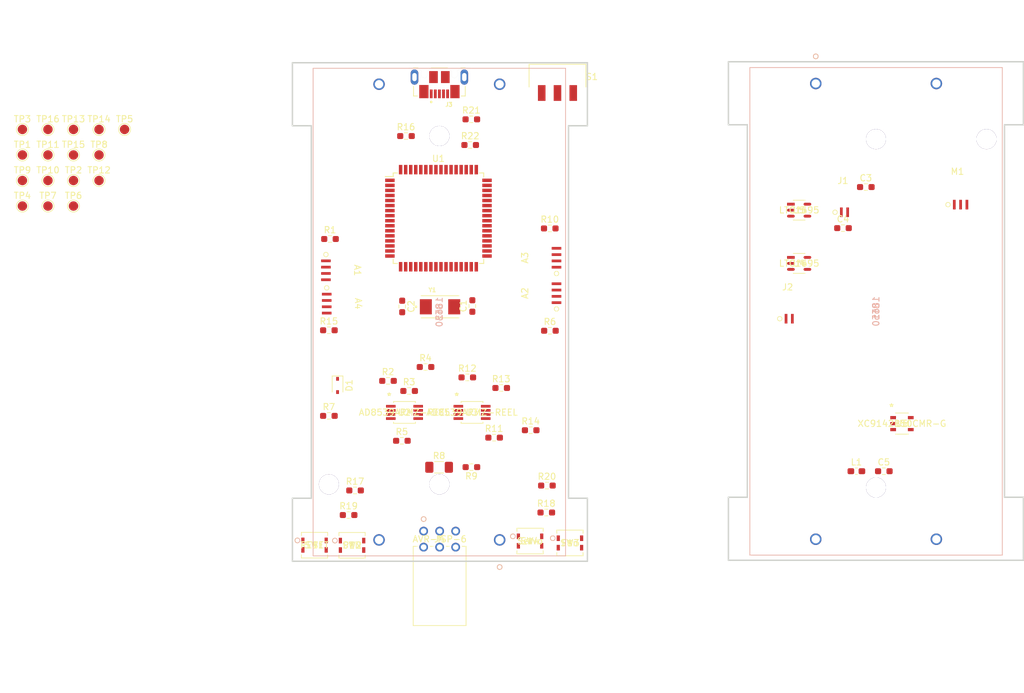
<source format=kicad_pcb>
(kicad_pcb (version 20211014) (generator pcbnew)
  (layers (0 "F.Cu" signal) (31 "B.Cu" signal) (34 "B.Paste" user) (35 "F.Paste" user) (36 "B.SilkS" user "B.Silkscreen") (37 "F.SilkS" user "F.Silkscreen") (38 "B.Mask" user) (39 "F.Mask" user) (44 "Edge.Cuts" user))
  (net 0 "")
  (net 1 "Earth")
  (net 2 "Net-(A1-Pad2)")
  (net 3 "ThermistorA")
  (net 4 "Shifted Ground")
  (net 5 "Net-(A2-Pad2)")
  (net 6 "ThermistorB")
  (net 7 "Net-(A3-Pad2)")
  (net 8 "ThermistorC")
  (net 9 "Net-(A4-Pad2)")
  (net 10 "ThermistorD")
  (net 11 "Net-(BT1-Pad1)")
  (net 12 "Net-(C1-Pad2)")
  (net 13 "Net-(C2-Pad2)")
  (net 14 "+5V")
  (net 15 "VCC")
  (net 16 "Net-(J1-Pad1)")
  (net 17 "Net-(J2-Pad1)")
  (net 18 "VBUS")
  (net 21 "Net-(J3-Pad4)")
  (net 22 "MISO")
  (net 23 "SCK")
  (net 24 "MOSI")
  (net 25 "~{RESET}")
  (net 26 "Net-(L1-Pad2)")
  (net 27 "ServoPWM")
  (net 28 "ThermopileB")
  (net 29 "Net-(R3-Pad1)")
  (net 30 "Net-(R4-Pad1)")
  (net 31 "ThermopileA")
  (net 32 "Thermistor")
  (net 33 "ThermopileD")
  (net 34 "Net-(R12-Pad1)")
  (net 35 "Net-(R13-Pad1)")
  (net 36 "ThermopileC")
  (net 37 "~{PEN}")
  (net 38 "FanActivate")
  (net 39 "ServoActivate")
  (net 40 "Net-(R21-Pad2)")
  (net 41 "SCL")
  (net 42 "SDA")
  (net 43 "MotorEnable")
  (footprint "Resistor_SMD:R_0603_1608Metric_Pad0.98x0.95mm_HandSolder" (layer "F.Cu") (at 121.6 116.025)
    (fp_text reference "R4" (at 0 -1.43) (layer "F.SilkS"))
    (fp_text value "1k")
    (pad "1" smd roundrect (at -0.9125 0) (size 0.975 0.95) (layers "F.Cu" "F.Paste" "F.Mask") (net 30 "Net-(R4-Pad1)"))
    (pad "2" smd roundrect (at 0.9125 0) (size 0.975 0.95) (layers "F.Cu" "F.Paste" "F.Mask") (net 31 "ThermopileA"))
  )
  (footprint "TestPoint:TestPoint_Pad_D1.5mm" (layer "F.Cu") (at 69.825 82.4)
    (fp_text reference "TP8" (at 0 -1.648) (layer "F.SilkS"))
    (fp_text value "TestPoint")
    (pad "1" smd circle (at 0 0) (size 1.5 1.5) (layers "F.Cu" "F.Mask") (net 36 "ThermopileC"))
  )
  (footprint "Resistor_SMD:R_0603_1608Metric_Pad0.98x0.95mm_HandSolder" (layer "F.Cu") (at 128.225 117.675)
    (fp_text reference "R12" (at 0 -1.43) (layer "F.SilkS"))
    (fp_text value "1k")
    (pad "1" smd roundrect (at -0.9125 0) (size 0.975 0.95) (layers "F.Cu" "F.Paste" "F.Mask") (net 34 "Net-(R12-Pad1)"))
    (pad "2" smd roundrect (at 0.9125 0) (size 0.975 0.95) (layers "F.Cu" "F.Paste" "F.Mask") (net 33 "ThermopileD"))
  )
  (footprint "TestPoint:TestPoint_Pad_D1.5mm" (layer "F.Cu") (at 61.725 90.5)
    (fp_text reference "TP7" (at 0 -1.648) (layer "F.SilkS"))
    (fp_text value "TestPoint")
    (pad "1" smd circle (at 0 0) (size 1.5 1.5) (layers "F.Cu" "F.Mask") (net 27 "ServoPWM"))
  )
  (footprint "Resistor_SMD:R_0603_1608Metric_Pad0.98x0.95mm_HandSolder" (layer "F.Cu") (at 106.275 123.775)
    (fp_text reference "R7" (at 0 -1.43) (layer "F.SilkS"))
    (fp_text value "10k")
    (pad "1" smd roundrect (at -0.9125 0) (size 0.975 0.95) (layers "F.Cu" "F.Paste" "F.Mask") (net 15 "VCC"))
    (pad "2" smd roundrect (at 0.9125 0) (size 0.975 0.95) (layers "F.Cu" "F.Paste" "F.Mask") (net 4 "Shifted Ground"))
  )
  (footprint "Resistor_SMD:R_1206_3216Metric_Pad1.30x1.75mm_HandSolder" (layer "F.Cu") (at 123.75 131.925)
    (fp_text reference "R8" (at 0 -1.82) (layer "F.SilkS"))
    (fp_text value "Thermistor")
    (pad "1" smd roundrect (at -1.55 0) (size 1.3 1.75) (layers "F.Cu" "F.Paste" "F.Mask") (roundrect_rratio 0.192308) (net 15 "VCC"))
    (pad "2" smd roundrect (at 1.55 0) (size 1.3 1.75) (layers "F.Cu" "F.Paste" "F.Mask") (roundrect_rratio 0.192308) (net 32 "Thermistor"))
  )
  (footprint "TestPoint:TestPoint_Pad_D1.5mm" (layer "F.Cu") (at 65.775 78.35)
    (fp_text reference "TP13" (at 0 -1.648) (layer "F.SilkS"))
    (fp_text value "TestPoint")
    (pad "1" smd circle (at 0 0) (size 1.5 1.5) (layers "F.Cu" "F.Mask") (net 1 "Earth"))
  )
  (footprint "Resistor_SMD:R_0603_1608Metric_Pad0.98x0.95mm_HandSolder" (layer "F.Cu") (at 118.5 79.4)
    (fp_text reference "R16" (at 0 -1.43) (layer "F.SilkS"))
    (fp_text value "0R")
    (pad "1" smd roundrect (at -0.9125 0) (size 0.975 0.95) (layers "F.Cu" "F.Paste" "F.Mask") (net 21 "Net-(J3-Pad4)"))
    (pad "2" smd roundrect (at 0.9125 0) (size 0.975 0.95) (layers "F.Cu" "F.Paste" "F.Mask") (net 1 "Earth"))
  )
  (footprint "Resistor_SMD:R_0603_1608Metric_Pad0.98x0.95mm_HandSolder" (layer "F.Cu") (at 133.6 119.35)
    (fp_text reference "R13" (at 0 -1.43) (layer "F.SilkS"))
    (fp_text value "1k")
    (pad "1" smd roundrect (at -0.9125 0) (size 0.975 0.95) (layers "F.Cu" "F.Paste" "F.Mask") (net 35 "Net-(R13-Pad1)"))
    (pad "2" smd roundrect (at 0.9125 0) (size 0.975 0.95) (layers "F.Cu" "F.Paste" "F.Mask") (net 36 "ThermopileC"))
  )
  (footprint "TestPoint:TestPoint_Pad_D1.5mm" (layer "F.Cu") (at 61.725 82.4)
    (fp_text reference "TP11" (at 0 -1.648) (layer "F.SilkS"))
    (fp_text value "TestPoint")
    (pad "1" smd circle (at 0 0) (size 1.5 1.5) (layers "F.Cu" "F.Mask") (net 33 "ThermopileD"))
  )
  (footprint "SFRFootprints:SW_JS102011SAQN" (layer "F.Cu") (at 142.525 69.825 180)
    (fp_text reference "S1" (at -5.438995 -0.175125) (layer "F.SilkS") (effects (font (size 1.000732 1.000732))))
    (fp_text value "a")
    (pad "" np_thru_hole circle (at -3.4 0 180) (size 1 1) (drill 1) (layers *.Cu *.Mask))
    (pad "" np_thru_hole circle (at 3.4 0 180) (size 1 1) (drill 1) (layers *.Cu *.Mask))
    (pad "1" smd rect (at -2.5 -2.75 180) (size 1.2 2.5) (layers "F.Cu" "F.Paste" "F.Mask") (net 40 "Net-(R21-Pad2)"))
    (pad "2" smd rect (at 0 -2.75 180) (size 1.2 2.5) (layers "F.Cu" "F.Paste" "F.Mask") (net 15 "VCC"))
    (pad "3" smd rect (at 2.5 -2.75 180) (size 1.2 2.5) (layers "F.Cu" "F.Paste" "F.Mask") (net 11 "Net-(BT1-Pad1)"))
  )
  (footprint "Resistor_SMD:R_0603_1608Metric_Pad0.98x0.95mm_HandSolder" (layer "F.Cu") (at 194.275 132.55)
    (fp_text reference "C5" (at 0 -1.43) (layer "F.SilkS"))
    (fp_text value "10uF")
    (pad "1" smd roundrect (at -0.9125 0) (size 0.975 0.95) (layers "F.Cu" "F.Paste" "F.Mask") (net 15 "VCC"))
    (pad "2" smd roundrect (at 0.9125 0) (size 0.975 0.95) (layers "F.Cu" "F.Paste" "F.Mask") (net 1 "Earth"))
  )
  (footprint "TestPoint:TestPoint_Pad_D1.5mm" (layer "F.Cu") (at 65.775 86.45)
    (fp_text reference "TP2" (at 0 -1.648) (layer "F.SilkS"))
    (fp_text value "TestPoint")
    (pad "1" smd circle (at 0 0) (size 1.5 1.5) (layers "F.Cu" "F.Mask") (net 32 "Thermistor"))
  )
  (footprint "Resistor_SMD:R_0603_1608Metric_Pad0.98x0.95mm_HandSolder" (layer "F.Cu") (at 117.9 106.425 -90)
    (fp_text reference "C2" (at 0 -1.43 90) (layer "F.SilkS"))
    (fp_text value "1uF")
    (pad "1" smd roundrect (at -0.9125 0 270) (size 0.975 0.95) (layers "F.Cu" "F.Paste" "F.Mask") (net 1 "Earth"))
    (pad "2" smd roundrect (at 0.9125 0 270) (size 0.975 0.95) (layers "F.Cu" "F.Paste" "F.Mask") (net 13 "Net-(C2-Pad2)"))
  )
  (footprint "Resistor_SMD:R_0603_1608Metric_Pad0.98x0.95mm_HandSolder" (layer "F.Cu") (at 132.475 127.225)
    (fp_text reference "R11" (at 0 -1.43) (layer "F.SilkS"))
    (fp_text value "1k")
    (pad "1" smd roundrect (at -0.9125 0) (size 0.975 0.95) (layers "F.Cu" "F.Paste" "F.Mask") (net 33 "ThermopileD"))
    (pad "2" smd roundrect (at 0.9125 0) (size 0.975 0.95) (layers "F.Cu" "F.Paste" "F.Mask") (net 4 "Shifted Ground"))
  )
  (footprint "Resistor_SMD:R_0603_1608Metric_Pad0.98x0.95mm_HandSolder" (layer "F.Cu") (at 128.681 80.82)
    (fp_text reference "R22" (at 0 -1.43) (layer "F.SilkS"))
    (fp_text value "2k")
    (pad "1" smd roundrect (at -0.9125 0) (size 0.975 0.95) (layers "F.Cu" "F.Paste" "F.Mask") (net 40 "Net-(R21-Pad2)"))
    (pad "2" smd roundrect (at 0.9125 0) (size 0.975 0.95) (layers "F.Cu" "F.Paste" "F.Mask") (net 1 "Earth"))
  )
  (footprint "Inductor_SMD:L_0603_1608Metric_Pad1.05x0.95mm_HandSolder" (layer "F.Cu") (at 189.925 132.55)
    (fp_text reference "L1" (at 0 -1.43) (layer "F.SilkS"))
    (fp_text value "4.7uH")
    (pad "1" smd roundrect (at -0.875 0) (size 1.05 0.95) (layers "F.Cu" "F.Paste" "F.Mask") (net 15 "VCC"))
    (pad "2" smd roundrect (at 0.875 0) (size 1.05 0.95) (layers "F.Cu" "F.Paste" "F.Mask") (net 26 "Net-(L1-Pad2)"))
  )
  (footprint "Resistor_SMD:R_0603_1608Metric_Pad0.98x0.95mm_HandSolder" (layer "F.Cu") (at 187.8 94)
    (fp_text reference "C4" (at 0 -1.43) (layer "F.SilkS"))
    (fp_text value "10uF")
    (pad "1" smd roundrect (at -0.9125 0) (size 0.975 0.95) (layers "F.Cu" "F.Paste" "F.Mask") (net 14 "+5V"))
    (pad "2" smd roundrect (at 0.9125 0) (size 0.975 0.95) (layers "F.Cu" "F.Paste" "F.Mask") (net 1 "Earth"))
  )
  (footprint "SFRFootprints:Thermopile" (layer "F.Cu") (at 110.431 105.973826 -90)
    (fp_text reference "A4" (at 0 -0.5 -90 unlocked) (layer "F.SilkS"))
    (fp_text value "ZTP-148SRC1")
    (pad "1" smd rect (at -1.5 4.5) (size 1.524 0.4318) (layers "F.Cu" "F.Paste" "F.Mask") (net 1 "Earth"))
    (pad "2" smd rect (at -0.5 4.5) (size 1.524 0.4318) (layers "F.Cu" "F.Paste" "F.Mask") (net 9 "Net-(A4-Pad2)"))
    (pad "3" smd rect (at 0.5 4.5) (size 1.524 0.4318) (layers "F.Cu" "F.Paste" "F.Mask") (net 10 "ThermistorD"))
    (pad "4" smd rect (at 1.5 4.5) (size 1.524 0.4318) (layers "F.Cu" "F.Paste" "F.Mask") (net 4 "Shifted Ground"))
  )
  (footprint "Resistor_SMD:R_0603_1608Metric_Pad0.98x0.95mm_HandSolder" (layer "F.Cu") (at 128.875 131.9 180)
    (fp_text reference "R9" (at 0 -1.43) (layer "F.SilkS"))
    (fp_text value "4.7k")
    (pad "1" smd roundrect (at -0.9125 0 180) (size 0.975 0.95) (layers "F.Cu" "F.Paste" "F.Mask") (net 32 "Thermistor"))
    (pad "2" smd roundrect (at 0.9125 0 180) (size 0.975 0.95) (layers "F.Cu" "F.Paste" "F.Mask") (net 1 "Earth"))
  )
  (footprint "Diode_SMD:D_SOD-323" (layer "F.Cu") (at 107.65 118.95 -90)
    (fp_text reference "D1" (at 0 -1.85 90) (layer "F.SilkS"))
    (fp_text value "D_Schottky")
    (pad "1" smd rect (at -1.05 0 270) (size 0.6 0.45) (layers "F.Cu" "F.Paste" "F.Mask") (net 4 "Shifted Ground"))
    (pad "2" smd rect (at 1.05 0 270) (size 0.6 0.45) (layers "F.Cu" "F.Paste" "F.Mask") (net 1 "Earth"))
  )
  (footprint "TestPoint:TestPoint_Pad_D1.5mm" (layer "F.Cu") (at 57.675 82.4)
    (fp_text reference "TP1" (at 0 -1.648) (layer "F.SilkS"))
    (fp_text value "TestPoint")
    (pad "1" smd circle (at 0 0) (size 1.5 1.5) (layers "F.Cu" "F.Mask") (net 41 "SCL"))
  )
  (footprint "SFRFootprints:Thermopile" (layer "F.Cu") (at 110.306 100.688826 -90)
    (fp_text reference "A1" (at 0 -0.5 -90 unlocked) (layer "F.SilkS"))
    (fp_text value "ZTP-148SRC1")
    (pad "1" smd rect (at -1.5 4.5) (size 1.524 0.4318) (layers "F.Cu" "F.Paste" "F.Mask") (net 1 "Earth"))
    (pad "2" smd rect (at -0.5 4.5) (size 1.524 0.4318) (layers "F.Cu" "F.Paste" "F.Mask") (net 2 "Net-(A1-Pad2)"))
    (pad "3" smd rect (at 0.5 4.5) (size 1.524 0.4318) (layers "F.Cu" "F.Paste" "F.Mask") (net 3 "ThermistorA"))
    (pad "4" smd rect (at 1.5 4.5) (size 1.524 0.4318) (layers "F.Cu" "F.Paste" "F.Mask") (net 4 "Shifted Ground"))
  )
  (footprint "TestPoint:TestPoint_Pad_D1.5mm" (layer "F.Cu") (at 65.775 90.5)
    (fp_text reference "TP6" (at 0 -1.648) (layer "F.SilkS"))
    (fp_text value "TestPoint")
    (pad "1" smd circle (at 0 0) (size 1.5 1.5) (layers "F.Cu" "F.Mask") (net 14 "+5V"))
  )
  (footprint "SFRFootprints:LTC1695CS5-TRPBF" (layer "F.Cu") (at 180.8486 99.5938)
    (fp_text reference "U4" (at 0 0) (layer "F.SilkS"))
    (fp_text value "LTC1695" (at 0 0) (layer "F.SilkS"))
    (fp_text user "*" (at 0 0) (layer "F.SilkS"))
    (pad "1" smd rect (at -1.31 -0.950001) (size 1.2192 0.4572) (layers "F.Cu" "F.Paste" "F.Mask") (net 14 "+5V"))
    (pad "2" smd oval (at -1.31 0) (size 1.2192 0.4572) (layers "F.Cu" "F.Paste" "F.Mask") (net 1 "Earth"))
    (pad "3" smd oval (at -1.31 0.950001) (size 1.2192 0.4572) (layers "F.Cu" "F.Paste" "F.Mask") (net 41 "SCL"))
    (pad "4" smd oval (at 1.31 0.950001) (size 1.2192 0.4572) (layers "F.Cu" "F.Paste" "F.Mask") (net 42 "SDA"))
    (pad "5" smd oval (at 1.31 -0.950001) (size 1.2192 0.4572) (layers "F.Cu" "F.Paste" "F.Mask") (net 16 "Net-(J1-Pad1)"))
  )
  (footprint "SFRFootprints:Fan" (layer "F.Cu") (at 187.788553 86.985)
    (fp_text reference "J1" (at 0 -0.5 unlocked) (layer "F.SilkS"))
    (fp_text value "Fan 1")
    (pad "1" smd rect (at -0.25 4.5 90) (size 1.524 0.4318) (layers "F.Cu" "F.Paste" "F.Mask") (net 16 "Net-(J1-Pad1)"))
    (pad "2" smd rect (at 0.75 4.5 90) (size 1.524 0.4318) (layers "F.Cu" "F.Paste" "F.Mask") (net 1 "Earth"))
  )
  (footprint "SFRFootprints:AD8539ARMZ-REEL" (layer "F.Cu") (at 128.975 123.225)
    (fp_text reference "U3" (at 0 0) (layer "F.SilkS"))
    (fp_text value "AD8539ARMZ-REEL" (at 0 0) (layer "F.SilkS"))
    (fp_text user "*" (at -2.4257 -2.5498) (layer "F.SilkS"))
    (fp_text user "*" (at -2.4257 -2.5498) (layer "F.SilkS"))
    (pad "1" smd rect (at -2.1717 -0.974999) (size 1.524 0.4318) (layers "F.Cu" "F.Paste" "F.Mask") (net 33 "ThermopileD"))
    (pad "2" smd rect (at -2.1717 -0.325001) (size 1.524 0.4318) (layers "F.Cu" "F.Paste" "F.Mask") (net 34 "Net-(R12-Pad1)"))
    (pad "3" smd rect (at -2.1717 0.325001) (size 1.524 0.4318) (layers "F.Cu" "F.Paste" "F.Mask") (net 9 "Net-(A4-Pad2)"))
    (pad "4" smd rect (at -2.1717 0.974999) (size 1.524 0.4318) (layers "F.Cu" "F.Paste" "F.Mask") (net 1 "Earth"))
    (pad "5" smd rect (at 2.1717 0.974999) (size 1.524 0.4318) (layers "F.Cu" "F.Paste" "F.Mask") (net 7 "Net-(A3-Pad2)"))
    (pad "6" smd rect (at 2.1717 0.325001) (size 1.524 0.4318) (layers "F.Cu" "F.Paste" "F.Mask") (net 35 "Net-(R13-Pad1)"))
    (pad "7" smd rect (at 2.1717 -0.325001) (size 1.524 0.4318) (layers "F.Cu" "F.Paste" "F.Mask") (net 36 "ThermopileC"))
    (pad "8" smd rect (at 2.1717 -0.974999) (size 1.524 0.4318) (layers "F.Cu" "F.Paste" "F.Mask") (net 15 "VCC"))
  )
  (footprint "TestPoint:TestPoint_Pad_D1.5mm" (layer "F.Cu") (at 57.675 78.35)
    (fp_text reference "TP3" (at 0 -1.648) (layer "F.SilkS"))
    (fp_text value "TestPoint")
    (pad "1" smd circle (at 0 0) (size 1.5 1.5) (layers "F.Cu" "F.Mask") (net 42 "SDA"))
  )
  (footprint "SFRFootprints:MOLEX_105164-0001" (layer "F.Cu") (at 123.8 68.6 180)
    (fp_text reference "J3" (at -1.508428 -5.808067) (layer "F.SilkS") (effects (font (size 0.640183 0.640183))))
    (fp_text value "USB_B_Micro")
    (fp_line (start 1.925 -1.15) (end 1.925 -0.5) (layer "Edge.Cuts") (width 0.01))
    (fp_line (start 4.9 0) (end 3.4 0) (layer "Edge.Cuts") (width 0.01))
    (fp_line (start -3.4 0) (end -2.825 -0.5) (layer "Edge.Cuts") (width 0.01))
    (fp_line (start 0 0) (end -1.3 0) (layer "Edge.Cuts") (width 0.01))
    (fp_line (start 1.3 0) (end 1.925 -0.5) (layer "Edge.Cuts") (width 0.01))
    (fp_line (start -1.925 -1.15) (end -1.925 -0.5) (layer "Edge.Cuts") (width 0.01))
    (fp_line (start 2.825 -1.15) (end 2.825 -0.5) (layer "Edge.Cuts") (width 0.01))
    (fp_line (start 3.4 0) (end 2.825 -0.5) (layer "Edge.Cuts") (width 0.01))
    (fp_line (start 0 0) (end 1.3 0) (layer "Edge.Cuts") (width 0.01))
    (fp_line (start -2.825 -1.15) (end -2.825 -0.5) (layer "Edge.Cuts") (width 0.01))
    (fp_line (start -1.3 0) (end -1.925 -0.5) (layer "Edge.Cuts") (width 0.01))
    (fp_line (start -4.9 0) (end -3.4 0) (layer "Edge.Cuts") (width 0.01))
    (fp_arc (start 1.925 -1.15) (mid 2.375 -1.6) (end 2.825 -1.15) (layer "Edge.Cuts") (width 0.01))
    (fp_arc (start -2.825 -1.15) (mid -2.375 -1.6) (end -1.925 -1.15) (layer "Edge.Cuts") (width 0.01))
    (pad "1" smd rect (at 1.3 -4.11 270) (size 1.38 0.45) (layers "F.Cu" "F.Paste" "F.Mask") (net 18 "VBUS"))
    (pad "2" smd rect (at 0.65 -4.11 270) (size 1.38 0.45) (layers "F.Cu" "F.Paste" "F.Mask"))
    (pad "3" smd rect (at 0 -4.11 270) (size 1.38 0.45) (layers "F.Cu" "F.Paste" "F.Mask"))
    (pad "4" smd rect (at -0.65 -4.11 270) (size 1.38 0.45) (layers "F.Cu" "F.Paste" "F.Mask") (net 21 "Net-(J3-Pad4)"))
    (pad "5" smd rect (at -1.3 -4.11 270) (size 1.38 0.45) (layers "F.Cu" "F.Paste" "F.Mask") (net 1 "Earth"))
    (pad "SH1" thru_hole oval (at -3.95 -1.45 180) (size 1.208 2.416) (drill oval 0.7 1.3) (layers *.Cu *.Mask))
    (pad "SH2" smd rect (at -2.4625 -3.75 270) (size 2.1 1.475) (layers "F.Cu" "F.Paste" "F.Mask"))
    (pad "SH3" smd rect (at -0.9375 -1.45 270) (size 1.9 1.375) (layers "F.Cu" "F.Paste" "F.Mask"))
    (pad "SH4" smd rect (at 0.9375 -1.45 270) (size 1.9 1.375) (layers "F.Cu" "F.Paste" "F.Mask"))
    (pad "SH5" smd rect (at 2.4625 -3.75 270) (size 2.1 1.475) (layers "F.Cu" "F.Paste" "F.Mask"))
    (pad "SH6" thru_hole oval (at 3.95 -1.45 180) (size 1.208 2.416) (drill oval 0.7 1.3) (layers *.Cu *.Mask))
  )
  (footprint "SFRFootprints:R-667843" (layer "F.Cu") (at 109.95 144.3)
    (fp_text reference "SW2" (at 0 0) (layer "F.SilkS"))
    (fp_text value "PEN" (at 0 0) (layer "F.SilkS"))
    (fp_text user "*" (at 0 0) (layer "F.SilkS"))
    (pad "A1" smd rect (at -1.849999 -0.750001) (size 0.508 0.889) (layers "F.Cu" "F.Paste" "F.Mask"))
    (pad "A2" smd rect (at -1.849999 0.750001) (size 0.508 0.889) (layers "F.Cu" "F.Paste" "F.Mask"))
    (pad "B1" smd rect (at 1.849999 -0.750001) (size 0.508 0.889) (layers "F.Cu" "F.Paste" "F.Mask"))
    (pad "B2" smd rect (at 1.849999 0.750001) (size 0.508 0.889) (layers "F.Cu" "F.Paste" "F.Mask"))
  )
  (footprint "SFRFootprints:XC9142B50CMR-G" (layer "F.Cu") (at 197.15 125)
    (fp_text reference "U6" (at 0 0) (layer "F.SilkS"))
    (fp_text value "XC9142B50CMR-G" (at 0 0) (layer "F.SilkS"))
    (fp_text user "*" (at -1.651 -2.60096) (layer "F.SilkS"))
    (fp_text user "*" (at -1.651 -2.60096) (layer "F.SilkS"))
    (pad "1" smd rect (at -1.397 -0.94996) (size 0.9144 0.508) (layers "F.Cu" "F.Paste" "F.Mask") (net 43 "MotorEnable"))
    (pad "2" smd rect (at -1.397 0) (size 0.9144 0.508) (layers "F.Cu" "F.Paste" "F.Mask") (net 1 "Earth"))
    (pad "3" smd rect (at -1.397 0.94996) (size 0.9144 0.508) (layers "F.Cu" "F.Paste" "F.Mask") (net 15 "VCC"))
    (pad "4" smd rect (at 1.397 0.94996) (size 0.9144 0.508) (layers "F.Cu" "F.Paste" "F.Mask") (net 14 "+5V"))
    (pad "5" smd rect (at 1.397 -0.94996) (size 0.9144 0.508) (layers "F.Cu" "F.Paste" "F.Mask") (net 26 "Net-(L1-Pad2)"))
  )
  (footprint "TestPoint:TestPoint_Pad_D1.5mm" (layer "F.Cu") (at 69.825 86.45)
    (fp_text reference "TP12" (at 0 -1.648) (layer "F.SilkS"))
    (fp_text value "TestPoint")
    (pad "1" smd circle (at 0 0) (size 1.5 1.5) (layers "F.Cu" "F.Mask") (net 8 "ThermistorC"))
  )
  (footprint "TestPoint:TestPoint_Pad_D1.5mm" (layer "F.Cu") (at 73.875 78.35)
    (fp_text reference "TP5" (at 0 -1.648) (layer "F.SilkS"))
    (fp_text value "TestPoint")
    (pad "1" smd circle (at 0 0) (size 1.5 1.5) (layers "F.Cu" "F.Mask") (net 15 "VCC"))
  )
  (footprint "SFRFootprints:AD8539ARMZ-REEL" (layer "F.Cu") (at 118.265 123.225)
    (fp_text reference "U2" (at 0 0) (layer "F.SilkS"))
    (fp_text value "AD8539ARMZ-REEL" (at 0 0) (layer "F.SilkS"))
    (fp_text user "*" (at -2.4257 -2.5498) (layer "F.SilkS"))
    (fp_text user "*" (at -2.4257 -2.5498) (layer "F.SilkS"))
    (pad "1" smd rect (at -2.1717 -0.974999) (size 1.524 0.4318) (layers "F.Cu" "F.Paste" "F.Mask") (net 28 "ThermopileB"))
    (pad "2" smd rect (at -2.1717 -0.325001) (size 1.524 0.4318) (layers "F.Cu" "F.Paste" "F.Mask") (net 29 "Net-(R3-Pad1)"))
    (pad "3" smd rect (at -2.1717 0.325001) (size 1.524 0.4318) (layers "F.Cu" "F.Paste" "F.Mask") (net 5 "Net-(A2-Pad2)"))
    (pad "4" smd rect (at -2.1717 0.974999) (size 1.524 0.4318) (layers "F.Cu" "F.Paste" "F.Mask") (net 1 "Earth"))
    (pad "5" smd rect (at 2.1717 0.974999) (size 1.524 0.4318) (layers "F.Cu" "F.Paste" "F.Mask") (net 2 "Net-(A1-Pad2)"))
    (pad "6" smd rect (at 2.1717 0.325001) (size 1.524 0.4318) (layers "F.Cu" "F.Paste" "F.Mask") (net 30 "Net-(R4-Pad1)"))
    (pad "7" smd rect (at 2.1717 -0.325001) (size 1.524 0.4318) (layers "F.Cu" "F.Paste" "F.Mask") (net 31 "ThermopileA"))
    (pad "8" smd rect (at 2.1717 -0.974999) (size 1.524 0.4318) (layers "F.Cu" "F.Paste" "F.Mask") (net 15 "VCC"))
  )
  (footprint "Resistor_SMD:R_0603_1608Metric_Pad0.98x0.95mm_HandSolder" (layer "F.Cu") (at 129.025 106.35 90)
    (fp_text reference "C1" (at 0 -1.43 90) (layer "F.SilkS"))
    (fp_text value "1uF")
    (pad "1" smd roundrect (at -0.9125 0 90) (size 0.975 0.95) (layers "F.Cu" "F.Paste" "F.Mask") (net 1 "Earth"))
    (pad "2" smd roundrect (at 0.9125 0 90) (size 0.975 0.95) (layers "F.Cu" "F.Paste" "F.Mask") (net 12 "Net-(C1-Pad2)"))
  )
  (footprint "TestPoint:TestPoint_Pad_D1.5mm" (layer "F.Cu") (at 57.675 90.5)
    (fp_text reference "TP4" (at 0 -1.648) (layer "F.SilkS"))
    (fp_text value "TestPoint")
    (pad "1" smd circle (at 0 0) (size 1.5 1.5) (layers "F.Cu" "F.Mask") (net 3 "ThermistorA"))
  )
  (footprint "TestPoint:TestPoint_Pad_D1.5mm" (layer "F.Cu") (at 61.725 78.35)
    (fp_text reference "TP16" (at 0 -1.648) (layer "F.SilkS"))
    (fp_text value "TestPoint")
    (pad "1" smd circle (at 0 0) (size 1.5 1.5) (layers "F.Cu" "F.Mask") (net 31 "ThermopileA"))
  )
  (footprint "Resistor_SMD:R_0603_1608Metric_Pad0.98x0.95mm_HandSolder" (layer "F.Cu") (at 115.65 118.225)
    (fp_text reference "R2" (at 0 -1.43) (layer "F.SilkS"))
    (fp_text value "1k")
    (pad "1" smd roundrect (at -0.9125 0) (size 0.975 0.95) (layers "F.Cu" "F.Paste" "F.Mask") (net 28 "ThermopileB"))
    (pad "2" smd roundrect (at 0.9125 0) (size 0.975 0.95) (layers "F.Cu" "F.Paste" "F.Mask") (net 4 "Shifted Ground"))
  )
  (footprint "Resistor_SMD:R_0603_1608Metric_Pad0.98x0.95mm_HandSolder" (layer "F.Cu") (at 110.425 135.6)
    (fp_text reference "R17" (at 0 -1.43) (layer "F.SilkS"))
    (fp_text value "10k")
    (pad "1" smd roundrect (at -0.9125 0) (size 0.975 0.95) (layers "F.Cu" "F.Paste" "F.Mask") (net 15 "VCC"))
    (pad "2" smd roundrect (at 0.9125 0) (size 0.975 0.95) (layers "F.Cu" "F.Paste" "F.Mask") (net 25 "~{RESET}"))
  )
  (footprint "Resistor_SMD:R_0603_1608Metric_Pad0.98x0.95mm_HandSolder" (layer "F.Cu") (at 109.4 139.5)
    (fp_text reference "R19" (at 0 -1.43) (layer "F.SilkS"))
    (fp_text value "10k")
    (pad "1" smd roundrect (at -0.9125 0) (size 0.975 0.95) (layers "F.Cu" "F.Paste" "F.Mask") (net 38 "FanActivate"))
    (pad "2" smd roundrect (at 0.9125 0) (size 0.975 0.95) (layers "F.Cu" "F.Paste" "F.Mask") (net 1 "Earth"))
  )
  (footprint "Resistor_SMD:R_0603_1608Metric_Pad0.98x0.95mm_HandSolder" (layer "F.Cu") (at 138.275 126.05)
    (fp_text reference "R14" (at 0 -1.43) (layer "F.SilkS"))
    (fp_text value "1k")
    (pad "1" smd roundrect (at -0.9125 0) (size 0.975 0.95) (layers "F.Cu" "F.Paste" "F.Mask") (net 36 "ThermopileC"))
    (pad "2" smd roundrect (at 0.9125 0) (size 0.975 0.95) (layers "F.Cu" "F.Paste" "F.Mask") (net 4 "Shifted Ground"))
  )
  (footprint "SFRFootprints:XTAL_ECS-160-S-23A-TR" (layer "F.Cu") (at 123.9 106.475)
    (fp_text reference "Y1" (at -1.2211 -2.663154) (layer "F.SilkS") (effects (font (size 0.641628 0.641628))))
    (fp_text value "16MHz ")
    (pad "1" smd rect (at -2.25 0 90) (size 2.4 1.9) (layers "F.Cu" "F.Paste" "F.Mask") (net 13 "Net-(C2-Pad2)"))
    (pad "2" smd rect (at 2.25 0 90) (size 2.4 1.9) (layers "F.Cu" "F.Paste" "F.Mask") (net 12 "Net-(C1-Pad2)"))
  )
  (footprint "SFRFootprints:Fan" (layer "F.Cu") (at 179.018553 103.865)
    (fp_text reference "J2" (at 0 -0.5 unlocked) (layer "F.SilkS"))
    (fp_text value "Fan 2")
    (pad "1" smd rect (at -0.25 4.5 90) (size 1.524 0.4318) (layers "F.Cu" "F.Paste" "F.Mask") (net 17 "Net-(J2-Pad1)"))
    (pad "2" smd rect (at 0.75 4.5 90) (size 1.524 0.4318) (layers "F.Cu" "F.Paste" "F.Mask") (net 1 "Earth"))
  )
  (footprint "SFRFootprints:Thermopile" (layer "F.Cu") (at 137.869 98.701173 90)
    (fp_text reference "A3" (at 0 -0.5 90 unlocked) (layer "F.SilkS"))
    (fp_text value "ZTP-148SRC1")
    (pad "1" smd rect (at -1.5 4.5 180) (size 1.524 0.4318) (layers "F.Cu" "F.Paste" "F.Mask") (net 1 "Earth"))
    (pad "2" smd rect (at -0.5 4.5 180) (size 1.524 0.4318) (layers "F.Cu" "F.Paste" "F.Mask") (net 7 "Net-(A3-Pad2)"))
    (pad "3" smd rect (at 0.5 4.5 180) (size 1.524 0.4318) (layers "F.Cu" "F.Paste" "F.Mask") (net 8 "ThermistorC"))
    (pad "4" smd rect (at 1.5 4.5 180) (size 1.524 0.4318) (layers "F.Cu" "F.Paste" "F.Mask") (net 4 "Shifted Ground"))
  )
  (footprint "SFRFootprints:TSW-103-08-F-D-RA" (layer "F.Cu") (at 123.84 143.316 180)
    (fp_text reference "J4" (at 0 0) (layer "F.SilkS"))
    (fp_text value "AVR-ISP-6" (at 0 0) (layer "F.SilkS"))
    (fp_text user "*" (at 0 0) (layer "F.SilkS"))
    (pad "1" thru_hole circle (at 2.54 1.27 270) (size 1.397 1.397) (drill 0.889) (layers *.Cu *.Mask) (net 22 "MISO"))
    (pad "2" thru_hole circle (at 2.54 -1.27 270) (size 1.397 1.397) (drill 0.889) (layers *.Cu *.Mask) (net 15 "VCC"))
    (pad "3" thru_hole circle (at 0 1.27 270) (size 1.397 1.397) (drill 0.889) (layers *.Cu *.Mask) (net 23 "SCK"))
    (pad "4" thru_hole circle (at 0 -1.27 270) (size 1.397 1.397) (drill 0.889) (layers *.Cu *.Mask) (net 24 "MOSI"))
    (pad "5" thru_hole circle (at -2.54 1.27 270) (size 1.397 1.397) (drill 0.889) (layers *.Cu *.Mask) (net 25 "~{RESET}"))
    (pad "6" thru_hole circle (at -2.54 -1.27 270) (size 1.397 1.397) (drill 0.889) (layers *.Cu *.Mask) (net 1 "Earth"))
  )
  (footprint "SFRFootprints:Servo" (layer "F.Cu") (at 205.95 85.525)
    (fp_text reference "M1" (at 0 -0.5 unlocked) (layer "F.SilkS"))
    (fp_text value "Motor_Servo")
    (pad "1" smd rect (at -0.5 4.75 90) (size 1.524 0.4318) (layers "F.Cu" "F.Paste" "F.Mask") (net 27 "ServoPWM"))
    (pad "2" smd rect (at 0.5 4.75 90) (size 1.524 0.4318) (layers "F.Cu" "F.Paste" "F.Mask") (net 14 "+5V"))
    (pad "3" smd rect (at 1.5 4.75 90) (size 1.524 0.4318) (layers "F.Cu" "F.Paste" "F.Mask") (net 1 "Earth"))
  )
  (footprint "Resistor_SMD:R_0603_1608Metric_Pad0.98x0.95mm_HandSolder" (layer "F.Cu") (at 128.8625 76.75)
    (fp_text reference "R21" (at 0 -1.43) (layer "F.SilkS"))
    (fp_text value "1k")
    (pad "1" smd roundrect (at -0.9125 0) (size 0.975 0.95) (layers "F.Cu" "F.Paste" "F.Mask") (net 18 "VBUS"))
    (pad "2" smd roundrect (at 0.9125 0) (size 0.975 0.95) (layers "F.Cu" "F.Paste" "F.Mask") (net 40 "Net-(R21-Pad2)"))
  )
  (footprint "SFRFootprints:R-667843" (layer "F.Cu") (at 104 144.275)
    (fp_text reference "SW1" (at 0 0) (layer "F.SilkS"))
    (fp_text value "RESET" (at 0 0) (layer "F.SilkS"))
    (fp_text user "*" (at 0 0) (layer "F.SilkS"))
    (pad "A1" smd rect (at -1.849999 -0.750001) (size 0.508 0.889) (layers "F.Cu" "F.Paste" "F.Mask"))
    (pad "A2" smd rect (at -1.849999 0.750001) (size 0.508 0.889) (layers "F.Cu" "F.Paste" "F.Mask"))
    (pad "B1" smd rect (at 1.849999 -0.750001) (size 0.508 0.889) (layers "F.Cu" "F.Paste" "F.Mask"))
    (pad "B2" smd rect (at 1.849999 0.750001) (size 0.508 0.889) (layers "F.Cu" "F.Paste" "F.Mask"))
  )
  (footprint "Resistor_SMD:R_0603_1608Metric_Pad0.98x0.95mm_HandSolder" (layer "F.Cu") (at 141.3 94.05)
    (fp_text reference "R10" (at 0 -1.43) (layer "F.SilkS"))
    (fp_text value "100k")
    (pad "1" smd roundrect (at -0.9125 0) (size 0.975 0.95) (layers "F.Cu" "F.Paste" "F.Mask") (net 15 "VCC"))
    (pad "2" smd roundrect (at 0.9125 0) (size 0.975 0.95) (layers "F.Cu" "F.Paste" "F.Mask") (net 8 "ThermistorC"))
  )
  (footprint "Resistor_SMD:R_0603_1608Metric_Pad0.98x0.95mm_HandSolder" (layer "F.Cu") (at 106.275 110.2)
    (fp_text reference "R15" (at 0 -1.43) (layer "F.SilkS"))
    (fp_text value "100k")
    (pad "1" smd roundrect (at -0.9125 0) (size 0.975 0.95) (layers "F.Cu" "F.Paste" "F.Mask") (net 15 "VCC"))
    (pad "2" smd roundrect (at 0.9125 0) (size 0.975 0.95) (layers "F.Cu" "F.Paste" "F.Mask") (net 10 "ThermistorD"))
  )
  (footprint "Resistor_SMD:R_0603_1608Metric_Pad0.98x0.95mm_HandSolder" (layer "F.Cu") (at 119 119.825)
    (fp_text reference "R3" (at 0 -1.43) (layer "F.SilkS"))
    (fp_text value "1k")
    (pad "1" smd roundrect (at -0.9125 0) (size 0.975 0.95) (layers "F.Cu" "F.Paste" "F.Mask") (net 29 "Net-(R3-Pad1)"))
    (pad "2" smd roundrect (at 0.9125 0) (size 0.975 0.95) (layers "F.Cu" "F.Paste" "F.Mask") (net 28 "ThermopileB"))
  )
  (footprint "Resistor_SMD:R_0603_1608Metric_Pad0.98x0.95mm_HandSolder" (layer "F.Cu") (at 140.85 134.825)
    (fp_text reference "R20" (at 0 -1.43) (layer "F.SilkS"))
    (fp_text value "10k")
    (pad "1" smd roundrect (at -0.9125 0) (size 0.975 0.95) (layers "F.Cu" "F.Paste" "F.Mask") (net 39 "ServoActivate"))
    (pad "2" smd roundrect (at 0.9125 0) (size 0.975 0.95) (layers "F.Cu" "F.Paste" "F.Mask") (net 1 "Earth"))
  )
  (footprint "TestPoint:TestPoint_Pad_D1.5mm" (layer "F.Cu") (at 65.775 82.4)
    (fp_text reference "TP15" (at 0 -1.648) (layer "F.SilkS"))
    (fp_text value "TestPoint")
    (pad "1" smd circle (at 0 0) (size 1.5 1.5) (layers "F.Cu" "F.Mask") (net 28 "ThermopileB"))
  )
  (footprint "TestPoint:TestPoint_Pad_D1.5mm" (layer "F.Cu") (at 69.825 78.35)
    (fp_text reference "TP14" (at 0 -1.648) (layer "F.SilkS"))
    (fp_text value "TestPoint")
    (pad "1" smd circle (at 0 0) (size 1.5 1.5) (layers "F.Cu" "F.Mask") (net 4 "Shifted Ground"))
  )
  (footprint "Resistor_SMD:R_0603_1608Metric_Pad0.98x0.95mm_HandSolder" (layer "F.Cu") (at 140.75 139.1)
    (fp_text reference "R18" (at 0 -1.43) (layer "F.SilkS"))
    (fp_text value "10k")
    (pad "1" smd roundrect (at -0.9125 0) (size 0.975 0.95) (layers "F.Cu" "F.Paste" "F.Mask") (net 15 "VCC"))
    (pad "2" smd roundrect (at 0.9125 0) (size 0.975 0.95) (layers "F.Cu" "F.Paste" "F.Mask") (net 37 "~{PEN}"))
  )
  (footprint "SFRFootprints:Thermopile" (layer "F.Cu") (at 137.869 104.321173 90)
    (fp_text reference "A2" (at 0 -0.5 90 unlocked) (layer "F.SilkS"))
    (fp_text value "ZTP-148SRC1")
    (pad "1" smd rect (at -1.5 4.5 180) (size 1.524 0.4318) (layers "F.Cu" "F.Paste" "F.Mask") (net 1 "Earth"))
    (pad "2" smd rect (at -0.5 4.5 180) (size 1.524 0.4318) (layers "F.Cu" "F.Paste" "F.Mask") (net 5 "Net-(A2-Pad2)"))
    (pad "3" smd rect (at 0.5 4.5 180) (size 1.524 0.4318) (layers "F.Cu" "F.Paste" "F.Mask") (net 6 "ThermistorB"))
    (pad "4" smd rect (at 1.5 4.5 180) (size 1.524 0.4318) (layers "F.Cu" "F.Paste" "F.Mask") (net 4 "Shifted Ground"))
  )
  (footprint "Resistor_SMD:R_0603_1608Metric_Pad0.98x0.95mm_HandSolder" (layer "F.Cu") (at 191.42 87.49)
    (fp_text reference "C3" (at 0 -1.43) (layer "F.SilkS"))
    (fp_text value "10uF")
    (pad "1" smd roundrect (at -0.9125 0) (size 0.975 0.95) (layers "F.Cu" "F.Paste" "F.Mask") (net 14 "+5V"))
    (pad "2" smd roundrect (at 0.9125 0) (size 0.975 0.95) (layers "F.Cu" "F.Paste" "F.Mask") (net 1 "Earth"))
  )
  (footprint "SFRFootprints:LTC1695CS5-TRPBF" (layer "F.Cu") (at 180.8486 91.1538)
    (fp_text reference "U5" (at 0 0) (layer "F.SilkS"))
    (fp_text value "LTC1695" (at 0 0) (layer "F.SilkS"))
    (fp_text user "*" (at 0 0) (layer "F.SilkS"))
    (pad "1" smd rect (at -1.31 -0.950001) (size 1.2192 0.4572) (layers "F.Cu" "F.Paste" "F.Mask") (net 14 "+5V"))
    (pad "2" smd oval (at -1.31 0) (size 1.2192 0.4572) (layers "F.Cu" "F.Paste" "F.Mask") (net 1 "Earth"))
    (pad "3" smd oval (at -1.31 0.950001) (size 1.2192 0.4572) (layers "F.Cu" "F.Paste" "F.Mask") (net 41 "SCL"))
    (pad "4" smd oval (at 1.31 0.950001) (size 1.2192 0.4572) (layers "F.Cu" "F.Paste" "F.Mask") (net 42 "SDA"))
    (pad "5" smd oval (at 1.31 -0.950001) (size 1.2192 0.4572) (layers "F.Cu" "F.Paste" "F.Mask") (net 17 "Net-(J2-Pad1)"))
  )
  (footprint "Resistor_SMD:R_0603_1608Metric_Pad0.98x0.95mm_HandSolder" (layer "F.Cu") (at 117.85 127.725)
    (fp_text reference "R5" (at 0 -1.43) (layer "F.SilkS"))
    (fp_text value "1k")
    (pad "1" smd roundrect (at -0.9125 0) (size 0.975 0.95) (layers "F.Cu" "F.Paste" "F.Mask") (net 31 "ThermopileA"))
    (pad "2" smd roundrect (at 0.9125 0) (size 0.975 0.95) (layers "F.Cu" "F.Paste" "F.Mask") (net 4 "Shifted Ground"))
  )
  (footprint "Resistor_SMD:R_0603_1608Metric_Pad0.98x0.95mm_HandSolder" (layer "F.Cu") (at 141.325 110.275)
    (fp_text reference "R6" (at 0 -1.43) (layer "F.SilkS"))
    (fp_text value "100k")
    (pad "1" smd roundrect (at -0.9125 0) (size 0.975 0.95) (layers "F.Cu" "F.Paste" "F.Mask") (net 15 "VCC"))
    (pad "2" smd roundrect (at 0.9125 0) (size 0.975 0.95) (layers "F.Cu" "F.Paste" "F.Mask") (net 6 "ThermistorB"))
  )
  (footprint "SFRFootprints:R-667843" (layer "F.Cu") (at 144.5 143.925)
    (fp_text reference "SW3" (at 0 0) (layer "F.SilkS"))
    (fp_text value "Fan" (at 0 0) (layer "F.SilkS"))
    (fp_text user "*" (at 0 0) (layer "F.SilkS"))
    (pad "A1" smd rect (at -1.849999 -0.750001) (size 0.508 0.889) (layers "F.Cu" "F.Paste" "F.Mask"))
    (pad "A2" smd rect (at -1.849999 0.750001) (size 0.508 0.889) (layers "F.Cu" "F.Paste" "F.Mask"))
    (pad "B1" smd rect (at 1.849999 -0.750001) (size 0.508 0.889) (layers "F.Cu" "F.Paste" "F.Mask"))
    (pad "B2" smd rect (at 1.849999 0.750001) (size 0.508 0.889) (layers "F.Cu" "F.Paste" "F.Mask"))
  )
  (footprint "TestPoint:TestPoint_Pad_D1.5mm" (layer "F.Cu") (at 57.675 86.45)
    (fp_text reference "TP9" (at 0 -1.648) (layer "F.SilkS"))
    (fp_text value "TestPoint")
    (pad "1" smd circle (at 0 0) (size 1.5 1.5) (layers "F.Cu" "F.Mask") (net 43 "MotorEnable"))
  )
  (footprint "Resistor_SMD:R_0603_1608Metric_Pad0.98x0.95mm_HandSolder" (layer "F.Cu") (at 106.45 95.725)
    (fp_text reference "R1" (at 0 -1.43) (layer "F.SilkS"))
    (fp_text value "100k")
    (pad "1" smd roundrect (at -0.9125 0) (size 0.975 0.95) (layers "F.Cu" "F.Paste" "F.Mask") (net 15 "VCC"))
    (pad "2" smd roundrect (at 0.9125 0) (size 0.975 0.95) (layers "F.Cu" "F.Paste" "F.Mask") (net 3 "ThermistorA"))
  )
  (footprint "SFRFootprints:R-667843" (layer "F.Cu") (at 138.175 143.625)
    (fp_text reference "SW4" (at 0 0) (layer "F.SilkS"))
    (fp_text value "Servo" (at 0 0) (layer "F.SilkS"))
    (fp_text user "*" (at 0 0) (layer "F.SilkS"))
    (pad "A1" smd rect (at -1.849999 -0.750001) (size 0.508 0.889) (layers "F.Cu" "F.Paste" "F.Mask"))
    (pad "A2" smd rect (at -1.849999 0.750001) (size 0.508 0.889) (layers "F.Cu" "F.Paste" "F.Mask"))
    (pad "B1" smd rect (at 1.849999 -0.750001) (size 0.508 0.889) (layers "F.Cu" "F.Paste" "F.Mask"))
    (pad "B2" smd rect (at 1.849999 0.750001) (size 0.508 0.889) (layers "F.Cu" "F.Paste" "F.Mask"))
  )
  (footprint "Package_QFP:TQFP-64_14x14mm_P0.8mm" (layer "F.Cu") (at 123.65 92.425)
    (fp_text reference "U1" (at 0 -9.45) (layer "F.SilkS"))
    (fp_text value "ATmega64A-A")
    (pad "1" smd rect (at -7.7 -6) (size 1.5 0.55) (layers "F.Cu" "F.Paste" "F.Mask") (net 37 "~{PEN}"))
    (pad "2" smd rect (at -7.7 -5.2) (size 1.5 0.55) (layers "F.Cu" "F.Paste" "F.Mask"))
    (pad "3" smd rect (at -7.7 -4.4) (size 1.5 0.55) (layers "F.Cu" "F.Paste" "F.Mask"))
    (pad "4" smd rect (at -7.7 -3.6) (size 1.5 0.55) (layers "F.Cu" "F.Paste" "F.Mask"))
    (pad "5" smd rect (at -7.7 -2.8) (size 1.5 0.55) (layers "F.Cu" "F.Paste" "F.Mask"))
    (pad "6" smd rect (at -7.7 -2) (size 1.5 0.55) (layers "F.Cu" "F.Paste" "F.Mask"))
    (pad "7" smd rect (at -7.7 -1.2) (size 1.5 0.55) (layers "F.Cu" "F.Paste" "F.Mask"))
    (pad "8" smd rect (at -7.7 -0.4) (size 1.5 0.55) (layers "F.Cu" "F.Paste" "F.Mask"))
    (pad "9" smd rect (at -7.7 0.4) (size 1.5 0.55) (layers "F.Cu" "F.Paste" "F.Mask"))
    (pad "10" smd rect (at -7.7 1.2) (size 1.5 0.55) (layers "F.Cu" "F.Paste" "F.Mask") (net 43 "MotorEnable"))
    (pad "11" smd rect (at -7.7 2) (size 1.5 0.55) (layers "F.Cu" "F.Paste" "F.Mask") (net 23 "SCK"))
    (pad "12" smd rect (at -7.7 2.8) (size 1.5 0.55) (layers "F.Cu" "F.Paste" "F.Mask") (net 24 "MOSI"))
    (pad "13" smd rect (at -7.7 3.6) (size 1.5 0.55) (layers "F.Cu" "F.Paste" "F.Mask") (net 22 "MISO"))
    (pad "14" smd rect (at -7.7 4.4) (size 1.5 0.55) (layers "F.Cu" "F.Paste" "F.Mask"))
    (pad "15" smd rect (at -7.7 5.2) (size 1.5 0.55) (layers "F.Cu" "F.Paste" "F.Mask"))
    (pad "16" smd rect (at -7.7 6) (size 1.5 0.55) (layers "F.Cu" "F.Paste" "F.Mask"))
    (pad "17" smd rect (at -6 7.7 90) (size 1.5 0.55) (layers "F.Cu" "F.Paste" "F.Mask"))
    (pad "18" smd rect (at -5.2 7.7 90) (size 1.5 0.55) (layers "F.Cu" "F.Paste" "F.Mask"))
    (pad "19" smd rect (at -4.4 7.7 90) (size 1.5 0.55) (layers "F.Cu" "F.Paste" "F.Mask"))
    (pad "20" smd rect (at -3.6 7.7 90) (size 1.5 0.55) (layers "F.Cu" "F.Paste" "F.Mask") (net 25 "~{RESET}"))
    (pad "21" smd rect (at -2.8 7.7 90) (size 1.5 0.55) (layers "F.Cu" "F.Paste" "F.Mask") (net 15 "VCC"))
    (pad "22" smd rect (at -2 7.7 90) (size 1.5 0.55) (layers "F.Cu" "F.Paste" "F.Mask") (net 1 "Earth"))
    (pad "23" smd rect (at -1.2 7.7 90) (size 1.5 0.55) (layers "F.Cu" "F.Paste" "F.Mask") (net 13 "Net-(C2-Pad2)"))
    (pad "24" smd rect (at -0.4 7.7 90) (size 1.5 0.55) (layers "F.Cu" "F.Paste" "F.Mask") (net 12 "Net-(C1-Pad2)"))
    (pad "25" smd rect (at 0.4 7.7 90) (size 1.5 0.55) (layers "F.Cu" "F.Paste" "F.Mask") (net 41 "SCL"))
    (pad "26" smd rect (at 1.2 7.7 90) (size 1.5 0.55) (layers "F.Cu" "F.Paste" "F.Mask") (net 42 "SDA"))
    (pad "27" smd rect (at 2 7.7 90) (size 1.5 0.55) (layers "F.Cu" "F.Paste" "F.Mask"))
    (pad "28" smd rect (at 2.8 7.7 90) (size 1.5 0.55) (layers "F.Cu" "F.Paste" "F.Mask"))
    (pad "29" smd rect (at 3.6 7.7 90) (size 1.5 0.55) (layers "F.Cu" "F.Paste" "F.Mask"))
    (pad "30" smd rect (at 4.4 7.7 90) (size 1.5 0.55) (layers "F.Cu" "F.Paste" "F.Mask"))
    (pad "31" smd rect (at 5.2 7.7 90) (size 1.5 0.55) (layers "F.Cu" "F.Paste" "F.Mask"))
    (pad "32" smd rect (at 6 7.7 90) (size 1.5 0.55) (layers "F.Cu" "F.Paste" "F.Mask"))
    (pad "33" smd rect (at 7.7 6) (size 1.5 0.55) (layers "F.Cu" "F.Paste" "F.Mask"))
    (pad "34" smd rect (at 7.7 5.2) (size 1.5 0.55) (layers "F.Cu" "F.Paste" "F.Mask"))
    (pad "35" smd rect (at 7.7 4.4) (size 1.5 0.55) (layers "F.Cu" "F.Paste" "F.Mask"))
    (pad "36" smd rect (at 7.7 3.6) (size 1.5 0.55) (layers "F.Cu" "F.Paste" "F.Mask"))
    (pad "37" smd rect (at 7.7 2.8) (size 1.5 0.55) (layers "F.Cu" "F.Paste" "F.Mask"))
    (pad "38" smd rect (at 7.7 2) (size 1.5 0.55) (layers "F.Cu" "F.Paste" "F.Mask"))
    (pad "39" smd rect (at 7.7 1.2) (size 1.5 0.55) (layers "F.Cu" "F.Paste" "F.Mask"))
    (pad "40" smd rect (at 7.7 0.4) (size 1.5 0.55) (layers "F.Cu" "F.Paste" "F.Mask"))
    (pad "41" smd rect (at 7.7 -0.4) (size 1.5 0.55) (layers "F.Cu" "F.Paste" "F.Mask"))
    (pad "42" smd rect (at 7.7 -1.2) (size 1.5 0.55) (layers "F.Cu" "F.Paste" "F.Mask"))
    (pad "43" smd rect (at 7.7 -2) (size 1.5 0.55) (layers "F.Cu" "F.Paste" "F.Mask"))
    (pad "44" smd rect (at 7.7 -2.8) (size 1.5 0.55) (layers "F.Cu" "F.Paste" "F.Mask"))
    (pad "45" smd rect (at 7.7 -3.6) (size 1.5 0.55) (layers "F.Cu" "F.Paste" "F.Mask"))
    (pad "46" smd rect (at 7.7 -4.4) (size 1.5 0.55) (layers "F.Cu" "F.Paste" "F.Mask"))
    (pad "47" smd rect (at 7.7 -5.2) (size 1.5 0.55) (layers "F.Cu" "F.Paste" "F.Mask"))
    (pad "48" smd rect (at 7.7 -6) (size 1.5 0.55) (layers "F.Cu" "F.Paste" "F.Mask"))
    (pad "49" smd rect (at 6 -7.7 90) (size 1.5 0.55) (layers "F.Cu" "F.Paste" "F.Mask") (net 38 "FanActivate"))
    (pad "50" smd rect (at 5.2 -7.7 90) (size 1.5 0.55) (layers "F.Cu" "F.Paste" "F.Mask") (net 39 "ServoActivate"))
    (pad "51" smd rect (at 4.4 -7.7 90) (size 1.5 0.55) (layers "F.Cu" "F.Paste" "F.Mask") (net 27 "ServoPWM"))
    (pad "52" smd rect (at 3.6 -7.7 90) (size 1.5 0.55) (layers "F.Cu" "F.Paste" "F.Mask") (net 15 "VCC"))
    (pad "53" smd rect (at 2.8 -7.7 90) (size 1.5 0.55) (layers "F.Cu" "F.Paste" "F.Mask") (net 1 "Earth"))
    (pad "54" smd rect (at 2 -7.7 90) (size 1.5 0.55) (layers "F.Cu" "F.Paste" "F.Mask") (net 32 "Thermistor"))
    (pad "55" smd rect (at 1.2 -7.7 90) (size 1.5 0.55) (layers "F.Cu" "F.Paste" "F.Mask") (net 3 "ThermistorA"))
    (pad "56" smd rect (at 0.4 -7.7 90) (size 1.5 0.55) (layers "F.Cu" "F.Paste" "F.Mask") (net 36 "ThermopileC"))
    (pad "57" smd rect (at -0.4 -7.7 90) (size 1.5 0.55) (layers "F.Cu" "F.Paste" "F.Mask") (net 10 "ThermistorD"))
    (pad "58" smd rect (at -1.2 -7.7 90) (size 1.5 0.55) (layers "F.Cu" "F.Paste" "F.Mask") (net 33 "ThermopileD"))
    (pad "59" smd rect (at -2 -7.7 90) (size 1.5 0.55) (layers "F.Cu" "F.Paste" "F.Mask") (net 8 "ThermistorC"))
    (pad "60" smd rect (at -2.8 -7.7 90) (size 1.5 0.55) (layers "F.Cu" "F.Paste" "F.Mask") (net 28 "ThermopileB"))
    (pad "61" smd rect (at -3.6 -7.7 90) (size 1.5 0.55) (layers "F.Cu" "F.Paste" "F.Mask") (net 31 "ThermopileA"))
    (pad "62" smd rect (at -4.4 -7.7 90) (size 1.5 0.55) (layers "F.Cu" "F.Paste" "F.Mask") (net 15 "VCC"))
    (pad "63" smd rect (at -5.2 -7.7 90) (size 1.5 0.55) (layers "F.Cu" "F.Paste" "F.Mask") (net 1 "Earth"))
    (pad "64" smd rect (at -6 -7.7 90) (size 1.5 0.55) (layers "F.Cu" "F.Paste" "F.Mask") (net 15 "VCC"))
  )
  (footprint "TestPoint:TestPoint_Pad_D1.5mm" (layer "F.Cu") (at 61.725 86.45)
    (fp_text reference "TP10" (at 0 -1.648) (layer "F.SilkS"))
    (fp_text value "TestPoint")
    (pad "1" smd circle (at 0 0) (size 1.5 1.5) (layers "F.Cu" "F.Mask") (net 10 "ThermistorD"))
  )
  (footprint "SFRFootprints:1049P" (layer "B.Cu") (at 133.3551 143.4445 90)
    (fp_text reference "BT2" (at 36.1315 -9.5631 90) (layer "B.SilkS") (effects (justify mirror)))
    (fp_text value "18650" (at 36.1315 -9.5631 90) (layer "B.SilkS") (effects (justify mirror)))
    (fp_text user "*" (at 0 0 90) (layer "B.SilkS") (effects (justify mirror)))
    (pad "" np_thru_hole circle locked (at 64.0588 7.9248 90) (size 3.556 3.556) (drill 3.556) (layers *.Cu *.Mask))
    (pad "" np_thru_hole circle locked (at 72.263 -27.0764 90) (size 2.3876 2.3876) (drill 2.3876) (layers *.Cu *.Mask))
    (pad "1" thru_hole circle locked (at 0 0 90) (size 1.8288 1.8288) (drill 1.3208) (layers *.Cu *.Mask) (net 11 "Net-(BT1-Pad1)"))
    (pad "2" thru_hole circle locked (at 72.263 0 90) (size 1.8288 1.8288) (drill 1.3208) (layers *.Cu *.Mask) (net 1 "Earth"))
    (pad "3" thru_hole circle locked (at 0 -19.1262 90) (size 1.8288 1.8288) (drill 1.3208) (layers *.Cu *.Mask))
    (pad "4" thru_hole circle locked (at 72.263 -19.1262 90) (size 1.8288 1.8288) (drill 1.3208) (layers *.Cu *.Mask))
    (pad "6" thru_hole circle locked (at 8.8138 -9.5504 90) (size 3.175 3.175) (drill 3.175) (layers *.Cu *.Mask))
    (pad "7" thru_hole circle locked (at 64.0588 -9.5504 90) (size 3.175 3.175) (drill 3.175) (layers *.Cu *.Mask))
    (pad "8" thru_hole circle locked (at 8.8138 -27.0764 90) (size 3.175 3.175) (drill 3.175) (layers *.Cu *.Mask))
  )
  (footprint "SFRFootprints:1049P" (layer "B.Cu") (at 183.4817 71.071686 -90)
    (fp_text reference "BT1" (at 36.1315 -9.5631 90) (layer "B.SilkS") (effects (justify mirror)))
    (fp_text value "18650" (at 36.1315 -9.5631 90) (layer "B.SilkS") (effects (justify mirror)))
    (fp_text user "*" (at 0 0 90) (layer "B.SilkS") (effects (justify mirror)))
    (pad "" np_thru_hole circle (at 64.0588 7.9248 270) (size 3.556 3.556) (drill 3.556) (layers *.Cu *.Mask))
    (pad "" np_thru_hole circle (at 72.263 -27.0764 270) (size 2.3876 2.3876) (drill 2.3876) (layers *.Cu *.Mask))
    (pad "1" thru_hole circle (at 0 0 270) (size 1.8288 1.8288) (drill 1.3208) (layers *.Cu *.Mask) (net 11 "Net-(BT1-Pad1)"))
    (pad "2" thru_hole circle (at 72.263 0 270) (size 1.8288 1.8288) (drill 1.3208) (layers *.Cu *.Mask) (net 1 "Earth"))
    (pad "3" thru_hole circle (at 0 -19.1262 270) (size 1.8288 1.8288) (drill 1.3208) (layers *.Cu *.Mask))
    (pad "4" thru_hole circle (at 72.263 -19.1262 270) (size 1.8288 1.8288) (drill 1.3208) (layers *.Cu *.Mask))
    (pad "6" thru_hole circle (at 8.8138 -9.5504 270) (size 3.175 3.175) (drill 3.175) (layers *.Cu *.Mask))
    (pad "7" thru_hole circle (at 64.0588 -9.5504 270) (size 3.175 3.175) (drill 3.175) (layers *.Cu *.Mask))
    (pad "8" thru_hole circle (at 8.8138 -27.0764 270) (size 3.175 3.175) (drill 3.175) (layers *.Cu *.Mask))
  )
  (gr_line (start 216.4132 67.619124) (end 216.4132 77.619124) (layer "Edge.Cuts") (width 0.2))
  (gr_line locked (start 147.275 136.827938) (end 144.275 136.827938) (layer "Edge.Cuts") (width 0.2))
  (gr_line locked (start 144.275 77.772062) (end 147.275 77.772062) (layer "Edge.Cuts") (width 0.2))
  (gr_line locked (start 103.4986 136.827938) (end 103.4986 77.772062) (layer "Edge.Cuts") (width 0.2))
  (gr_line locked (start 147.275 146.827938) (end 100.4986 146.827938) (layer "Edge.Cuts") (width 0.2))
  (gr_line locked (start 100.4986 67.772062) (end 100.4986 77.772062) (layer "Edge.Cuts") (width 0.2))
  (gr_line locked (start 100.4986 67.772062) (end 147.275 67.772062) (layer "Edge.Cuts") (width 0.2))
  (gr_line locked (start 100.4986 136.827938) (end 100.4986 146.827938) (layer "Edge.Cuts") (width 0.2))
  (gr_line locked (start 144.275 136.827938) (end 144.275 77.772062) (layer "Edge.Cuts") (width 0.2))
  (gr_line (start 216.4132 146.675) (end 169.6368 146.675) (layer "Edge.Cuts") (width 0.2))
  (gr_line (start 216.4132 146.675) (end 169.6368 146.675) (layer "Edge.Cuts") (width 0.2))
  (gr_line locked (start 103.4986 77.772062) (end 100.4986 77.772062) (layer "Edge.Cuts") (width 0.2))
  (gr_line locked (start 103.4986 136.827938) (end 103.4986 77.772062) (layer "Edge.Cuts") (width 0.2))
  (gr_line (start 216.4132 136.675) (end 216.4132 146.675) (layer "Edge.Cuts") (width 0.2))
  (gr_line locked (start 147.275 67.772062) (end 147.275 77.772062) (layer "Edge.Cuts") (width 0.2))
  (gr_line locked (start 147.275 136.827938) (end 147.275 146.827938) (layer "Edge.Cuts") (width 0.2))
  (gr_line (start 213.4132 136.675) (end 213.4132 77.619124) (layer "Edge.Cuts") (width 0.2))
  (gr_line (start 172.6368 136.675) (end 172.6368 77.619124) (layer "Edge.Cuts") (width 0.2))
  (gr_line (start 172.6368 77.619124) (end 169.6368 77.619124) (layer "Edge.Cuts") (width 0.2))
  (gr_line (start 216.4132 136.675) (end 213.4132 136.675) (layer "Edge.Cuts") (width 0.2))
  (gr_line (start 169.6368 67.619124) (end 216.4132 67.619124) (layer "Edge.Cuts") (width 0.2))
  (gr_line locked (start 147.275 67.772062) (end 147.275 77.772062) (layer "Edge.Cuts") (width 0.2))
  (gr_line locked (start 144.275 77.772062) (end 147.275 77.772062) (layer "Edge.Cuts") (width 0.2))
  (gr_line (start 172.6368 77.619124) (end 169.6368 77.619124) (layer "Edge.Cuts") (width 0.2))
  (gr_line locked (start 147.275 136.827938) (end 147.275 146.827938) (layer "Edge.Cuts") (width 0.2))
  (gr_line locked (start 100.4986 136.827938) (end 103.4986 136.827938) (layer "Edge.Cuts") (width 0.2))
  (gr_line locked (start 103.4986 77.772062) (end 100.4986 77.772062) (layer "Edge.Cuts") (width 0.2))
  (gr_line (start 213.4132 77.619124) (end 216.4132 77.619124) (layer "Edge.Cuts") (width 0.2))
  (gr_line (start 213.4132 136.675) (end 213.4132 77.619124) (layer "Edge.Cuts") (width 0.2))
  (gr_line (start 216.4132 67.619124) (end 216.4132 77.619124) (layer "Edge.Cuts") (width 0.2))
  (gr_line locked (start 147.275 136.827938) (end 144.275 136.827938) (layer "Edge.Cuts") (width 0.2))
  (gr_line (start 169.6368 136.675) (end 172.6368 136.675) (layer "Edge.Cuts") (width 0.2))
  (gr_line (start 169.6368 67.619124) (end 169.6368 77.619124) (layer "Edge.Cuts") (width 0.2))
  (gr_line locked (start 100.4986 136.827938) (end 103.4986 136.827938) (layer "Edge.Cuts") (width 0.2))
  (gr_line locked (start 100.4986 136.827938) (end 100.4986 146.827938) (layer "Edge.Cuts") (width 0.2))
  (gr_line (start 169.6368 136.675) (end 172.6368 136.675) (layer "Edge.Cuts") (width 0.2))
  (gr_line (start 216.4132 136.675) (end 213.4132 136.675) (layer "Edge.Cuts") (width 0.2))
  (gr_line (start 169.6368 136.675) (end 169.6368 146.675) (layer "Edge.Cuts") (width 0.2))
  (gr_line (start 169.6368 136.675) (end 169.6368 146.675) (layer "Edge.Cuts") (width 0.2))
  (gr_line (start 169.6368 67.619124) (end 169.6368 77.619124) (layer "Edge.Cuts") (width 0.2))
  (gr_line (start 213.4132 77.619124) (end 216.4132 77.619124) (layer "Edge.Cuts") (width 0.2))
  (gr_line (start 172.6368 136.675) (end 172.6368 77.619124) (layer "Edge.Cuts") (width 0.2))
  (gr_line locked (start 144.275 136.827938) (end 144.275 77.772062) (layer "Edge.Cuts") (width 0.2))
  (gr_line (start 169.6368 67.619124) (end 216.4132 67.619124) (layer "Edge.Cuts") (width 0.2))
  (gr_line (start 216.4132 136.675) (end 216.4132 146.675) (layer "Edge.Cuts") (width 0.2))
  (gr_line locked (start 100.4986 67.772062) (end 147.275 67.772062) (layer "Edge.Cuts") (width 0.2))
  (gr_line locked (start 147.275 146.827938) (end 100.4986 146.827938) (layer "Edge.Cuts") (width 0.2))
  (gr_line locked (start 100.4986 67.772062) (end 100.4986 77.772062) (layer "Edge.Cuts") (width 0.2))
)
</source>
